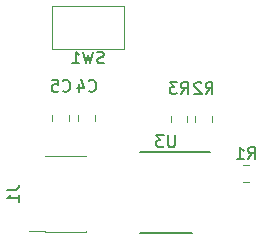
<source format=gbr>
G04 #@! TF.GenerationSoftware,KiCad,Pcbnew,(5.0.0)*
G04 #@! TF.CreationDate,2018-09-26T10:31:33+02:00*
G04 #@! TF.ProjectId,OpenThermalCamera,4F70656E546865726D616C43616D6572,rev?*
G04 #@! TF.SameCoordinates,Original*
G04 #@! TF.FileFunction,Legend,Bot*
G04 #@! TF.FilePolarity,Positive*
%FSLAX46Y46*%
G04 Gerber Fmt 4.6, Leading zero omitted, Abs format (unit mm)*
G04 Created by KiCad (PCBNEW (5.0.0)) date 09/26/18 10:31:33*
%MOMM*%
%LPD*%
G01*
G04 APERTURE LIST*
%ADD10C,0.120000*%
%ADD11C,0.150000*%
G04 APERTURE END LIST*
D10*
G04 #@! TO.C,SW1*
X33240000Y-30810000D02*
X39360000Y-30810000D01*
X39360000Y-30810000D02*
X39360000Y-27190000D01*
X39360000Y-27190000D02*
X33240000Y-27190000D01*
X33240000Y-27190000D02*
X33240000Y-30810000D01*
G04 #@! TO.C,C5*
X33290000Y-36438748D02*
X33290000Y-36961252D01*
X34710000Y-36438748D02*
X34710000Y-36961252D01*
G04 #@! TO.C,C4*
X36910000Y-36438748D02*
X36910000Y-36961252D01*
X35490000Y-36438748D02*
X35490000Y-36961252D01*
G04 #@! TO.C,J1*
X32635000Y-46335000D02*
X36165000Y-46335000D01*
X32635000Y-39865000D02*
X36165000Y-39865000D01*
X31310000Y-46270000D02*
X32635000Y-46270000D01*
X32635000Y-46335000D02*
X32635000Y-46270000D01*
X36165000Y-46335000D02*
X36165000Y-46270000D01*
X32635000Y-39930000D02*
X32635000Y-39865000D01*
X36165000Y-39930000D02*
X36165000Y-39865000D01*
D11*
G04 #@! TO.C,U3*
X45125000Y-46450000D02*
X40675000Y-46450000D01*
X46650000Y-39550000D02*
X40675000Y-39550000D01*
D10*
G04 #@! TO.C,R3*
X43290000Y-36538748D02*
X43290000Y-37061252D01*
X44710000Y-36538748D02*
X44710000Y-37061252D01*
G04 #@! TO.C,R2*
X46810000Y-36538748D02*
X46810000Y-37061252D01*
X45390000Y-36538748D02*
X45390000Y-37061252D01*
G04 #@! TO.C,R1*
X49438748Y-42110000D02*
X49961252Y-42110000D01*
X49438748Y-40690000D02*
X49961252Y-40690000D01*
G04 #@! TO.C,SW1*
D11*
X37633333Y-32004761D02*
X37490476Y-32052380D01*
X37252380Y-32052380D01*
X37157142Y-32004761D01*
X37109523Y-31957142D01*
X37061904Y-31861904D01*
X37061904Y-31766666D01*
X37109523Y-31671428D01*
X37157142Y-31623809D01*
X37252380Y-31576190D01*
X37442857Y-31528571D01*
X37538095Y-31480952D01*
X37585714Y-31433333D01*
X37633333Y-31338095D01*
X37633333Y-31242857D01*
X37585714Y-31147619D01*
X37538095Y-31100000D01*
X37442857Y-31052380D01*
X37204761Y-31052380D01*
X37061904Y-31100000D01*
X36728571Y-31052380D02*
X36490476Y-32052380D01*
X36300000Y-31338095D01*
X36109523Y-32052380D01*
X35871428Y-31052380D01*
X34966666Y-32052380D02*
X35538095Y-32052380D01*
X35252380Y-32052380D02*
X35252380Y-31052380D01*
X35347619Y-31195238D01*
X35442857Y-31290476D01*
X35538095Y-31338095D01*
G04 #@! TO.C,C5*
X34166666Y-34357142D02*
X34214285Y-34404761D01*
X34357142Y-34452380D01*
X34452380Y-34452380D01*
X34595238Y-34404761D01*
X34690476Y-34309523D01*
X34738095Y-34214285D01*
X34785714Y-34023809D01*
X34785714Y-33880952D01*
X34738095Y-33690476D01*
X34690476Y-33595238D01*
X34595238Y-33500000D01*
X34452380Y-33452380D01*
X34357142Y-33452380D01*
X34214285Y-33500000D01*
X34166666Y-33547619D01*
X33261904Y-33452380D02*
X33738095Y-33452380D01*
X33785714Y-33928571D01*
X33738095Y-33880952D01*
X33642857Y-33833333D01*
X33404761Y-33833333D01*
X33309523Y-33880952D01*
X33261904Y-33928571D01*
X33214285Y-34023809D01*
X33214285Y-34261904D01*
X33261904Y-34357142D01*
X33309523Y-34404761D01*
X33404761Y-34452380D01*
X33642857Y-34452380D01*
X33738095Y-34404761D01*
X33785714Y-34357142D01*
G04 #@! TO.C,C4*
X36366666Y-34357142D02*
X36414285Y-34404761D01*
X36557142Y-34452380D01*
X36652380Y-34452380D01*
X36795238Y-34404761D01*
X36890476Y-34309523D01*
X36938095Y-34214285D01*
X36985714Y-34023809D01*
X36985714Y-33880952D01*
X36938095Y-33690476D01*
X36890476Y-33595238D01*
X36795238Y-33500000D01*
X36652380Y-33452380D01*
X36557142Y-33452380D01*
X36414285Y-33500000D01*
X36366666Y-33547619D01*
X35509523Y-33785714D02*
X35509523Y-34452380D01*
X35747619Y-33404761D02*
X35985714Y-34119047D01*
X35366666Y-34119047D01*
G04 #@! TO.C,J1*
X29452380Y-42766666D02*
X30166666Y-42766666D01*
X30309523Y-42719047D01*
X30404761Y-42623809D01*
X30452380Y-42480952D01*
X30452380Y-42385714D01*
X30452380Y-43766666D02*
X30452380Y-43195238D01*
X30452380Y-43480952D02*
X29452380Y-43480952D01*
X29595238Y-43385714D01*
X29690476Y-43290476D01*
X29738095Y-43195238D01*
G04 #@! TO.C,U3*
X43661904Y-38152380D02*
X43661904Y-38961904D01*
X43614285Y-39057142D01*
X43566666Y-39104761D01*
X43471428Y-39152380D01*
X43280952Y-39152380D01*
X43185714Y-39104761D01*
X43138095Y-39057142D01*
X43090476Y-38961904D01*
X43090476Y-38152380D01*
X42709523Y-38152380D02*
X42090476Y-38152380D01*
X42423809Y-38533333D01*
X42280952Y-38533333D01*
X42185714Y-38580952D01*
X42138095Y-38628571D01*
X42090476Y-38723809D01*
X42090476Y-38961904D01*
X42138095Y-39057142D01*
X42185714Y-39104761D01*
X42280952Y-39152380D01*
X42566666Y-39152380D01*
X42661904Y-39104761D01*
X42709523Y-39057142D01*
G04 #@! TO.C,R3*
X44166666Y-34652380D02*
X44500000Y-34176190D01*
X44738095Y-34652380D02*
X44738095Y-33652380D01*
X44357142Y-33652380D01*
X44261904Y-33700000D01*
X44214285Y-33747619D01*
X44166666Y-33842857D01*
X44166666Y-33985714D01*
X44214285Y-34080952D01*
X44261904Y-34128571D01*
X44357142Y-34176190D01*
X44738095Y-34176190D01*
X43833333Y-33652380D02*
X43214285Y-33652380D01*
X43547619Y-34033333D01*
X43404761Y-34033333D01*
X43309523Y-34080952D01*
X43261904Y-34128571D01*
X43214285Y-34223809D01*
X43214285Y-34461904D01*
X43261904Y-34557142D01*
X43309523Y-34604761D01*
X43404761Y-34652380D01*
X43690476Y-34652380D01*
X43785714Y-34604761D01*
X43833333Y-34557142D01*
G04 #@! TO.C,R2*
X46266666Y-34652380D02*
X46600000Y-34176190D01*
X46838095Y-34652380D02*
X46838095Y-33652380D01*
X46457142Y-33652380D01*
X46361904Y-33700000D01*
X46314285Y-33747619D01*
X46266666Y-33842857D01*
X46266666Y-33985714D01*
X46314285Y-34080952D01*
X46361904Y-34128571D01*
X46457142Y-34176190D01*
X46838095Y-34176190D01*
X45885714Y-33747619D02*
X45838095Y-33700000D01*
X45742857Y-33652380D01*
X45504761Y-33652380D01*
X45409523Y-33700000D01*
X45361904Y-33747619D01*
X45314285Y-33842857D01*
X45314285Y-33938095D01*
X45361904Y-34080952D01*
X45933333Y-34652380D01*
X45314285Y-34652380D01*
G04 #@! TO.C,R1*
X49866666Y-40152380D02*
X50200000Y-39676190D01*
X50438095Y-40152380D02*
X50438095Y-39152380D01*
X50057142Y-39152380D01*
X49961904Y-39200000D01*
X49914285Y-39247619D01*
X49866666Y-39342857D01*
X49866666Y-39485714D01*
X49914285Y-39580952D01*
X49961904Y-39628571D01*
X50057142Y-39676190D01*
X50438095Y-39676190D01*
X48914285Y-40152380D02*
X49485714Y-40152380D01*
X49200000Y-40152380D02*
X49200000Y-39152380D01*
X49295238Y-39295238D01*
X49390476Y-39390476D01*
X49485714Y-39438095D01*
G04 #@! TD*
M02*

</source>
